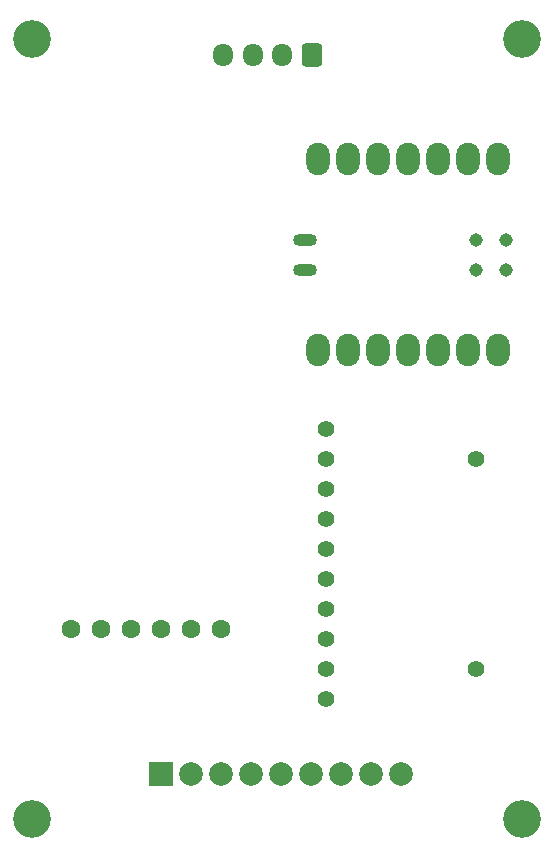
<source format=gbr>
%TF.GenerationSoftware,KiCad,Pcbnew,(6.0.11)*%
%TF.CreationDate,2023-02-24T20:03:43+09:00*%
%TF.ProjectId,Underside,556e6465-7273-4696-9465-2e6b69636164,rev?*%
%TF.SameCoordinates,Original*%
%TF.FileFunction,Soldermask,Top*%
%TF.FilePolarity,Negative*%
%FSLAX46Y46*%
G04 Gerber Fmt 4.6, Leading zero omitted, Abs format (unit mm)*
G04 Created by KiCad (PCBNEW (6.0.11)) date 2023-02-24 20:03:43*
%MOMM*%
%LPD*%
G01*
G04 APERTURE LIST*
G04 Aperture macros list*
%AMRoundRect*
0 Rectangle with rounded corners*
0 $1 Rounding radius*
0 $2 $3 $4 $5 $6 $7 $8 $9 X,Y pos of 4 corners*
0 Add a 4 corners polygon primitive as box body*
4,1,4,$2,$3,$4,$5,$6,$7,$8,$9,$2,$3,0*
0 Add four circle primitives for the rounded corners*
1,1,$1+$1,$2,$3*
1,1,$1+$1,$4,$5*
1,1,$1+$1,$6,$7*
1,1,$1+$1,$8,$9*
0 Add four rect primitives between the rounded corners*
20,1,$1+$1,$2,$3,$4,$5,0*
20,1,$1+$1,$4,$5,$6,$7,0*
20,1,$1+$1,$6,$7,$8,$9,0*
20,1,$1+$1,$8,$9,$2,$3,0*%
G04 Aperture macros list end*
%ADD10RoundRect,0.250000X0.600000X0.725000X-0.600000X0.725000X-0.600000X-0.725000X0.600000X-0.725000X0*%
%ADD11O,1.700000X1.950000*%
%ADD12C,1.400000*%
%ADD13C,1.600000*%
%ADD14O,1.998980X2.748280*%
%ADD15O,2.032000X1.016000*%
%ADD16C,1.143000*%
%ADD17C,3.200000*%
%ADD18R,2.000000X2.000000*%
%ADD19C,2.000000*%
G04 APERTURE END LIST*
D10*
%TO.C,TORICA-UART1*%
X111270000Y-54670000D03*
D11*
X108770000Y-54670000D03*
X106270000Y-54670000D03*
X103770000Y-54670000D03*
%TD*%
D12*
%TO.C,J1*%
X112440000Y-86360000D03*
X112440000Y-88900000D03*
X112440000Y-91440000D03*
X112440000Y-93980000D03*
X112440000Y-96520000D03*
X112440000Y-99060000D03*
X112440000Y-101600000D03*
X112440000Y-104140000D03*
X112440000Y-106680000D03*
X112440000Y-109220000D03*
X125140000Y-106680000D03*
X125140000Y-88900000D03*
%TD*%
D13*
%TO.C,U1*%
X103550000Y-103290000D03*
X101010000Y-103290000D03*
X98470000Y-103290000D03*
X95930000Y-103290000D03*
X93390000Y-103290000D03*
X90850000Y-103290000D03*
%TD*%
D14*
%TO.C,U3*%
X127000020Y-63500020D03*
X124460020Y-63500020D03*
X121920020Y-63500020D03*
X119380020Y-63500020D03*
X116840020Y-63500020D03*
X114300020Y-63500020D03*
X111760020Y-63500020D03*
X111760020Y-79664580D03*
X114300020Y-79664580D03*
X116840020Y-79664580D03*
X119380020Y-79664580D03*
X121920020Y-79664580D03*
X124460020Y-79664580D03*
X127000020Y-79664580D03*
D15*
X110682200Y-70366900D03*
X110682200Y-72916900D03*
D16*
X127686387Y-70365703D03*
X127686387Y-72905703D03*
X125146387Y-70365703D03*
X125146387Y-72905703D03*
%TD*%
D17*
%TO.C,REF2*%
X87580000Y-119360000D03*
%TD*%
%TO.C,REF3*%
X129080000Y-119360000D03*
%TD*%
%TO.C,REF4*%
X129080000Y-53360000D03*
%TD*%
%TO.C,REF1*%
X87580000Y-53360000D03*
%TD*%
D18*
%TO.C,U2*%
X98470000Y-115570000D03*
D19*
X101010000Y-115570000D03*
X103550000Y-115570000D03*
X106090000Y-115570000D03*
X108630000Y-115570000D03*
X111170000Y-115570000D03*
X113710000Y-115570000D03*
X116250000Y-115570000D03*
X118790000Y-115570000D03*
%TD*%
M02*

</source>
